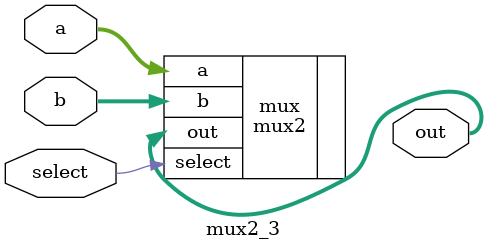
<source format=sv>
`ifndef __MUX2_3_SV__
`define __MUX2_3_SV__

`include "mux2.sv"

module mux2_3(
    input [2:0] a, // Input A
    input [2:0] b, // Input B
    input select, // Select
    output [2:0] out // Output
);

    mux2 #(.DATA_WIDTH(3)) mux(
        .a(a),
        .b(b),
        .select(select),
        .out(out)
    );

endmodule

`endif

</source>
